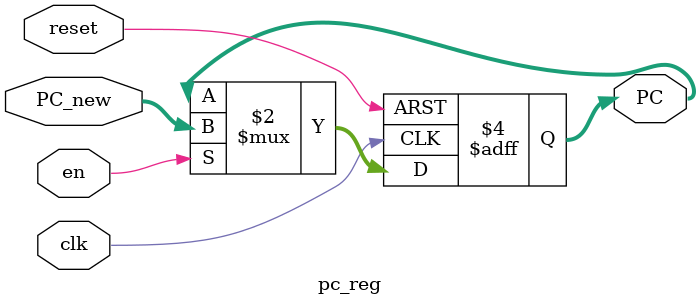
<source format=sv>
module pc_reg (

    input logic         clk,
    input logic         en,
    input logic         reset,

    input logic [31:0]  PC_new,
    output logic [31:0] PC
    
);

    always_ff @( posedge clk or posedge reset ) begin : pc_register

        if (reset) begin
            PC <= '0;
        end

        else if (en) begin
            PC <= PC_new;    
        end

    end
    
endmodule
</source>
